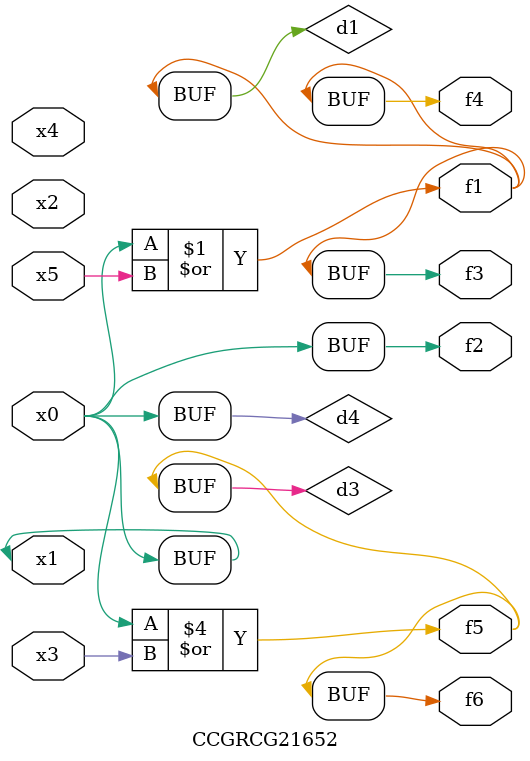
<source format=v>
module CCGRCG21652(
	input x0, x1, x2, x3, x4, x5,
	output f1, f2, f3, f4, f5, f6
);

	wire d1, d2, d3, d4;

	or (d1, x0, x5);
	xnor (d2, x1, x4);
	or (d3, x0, x3);
	buf (d4, x0, x1);
	assign f1 = d1;
	assign f2 = d4;
	assign f3 = d1;
	assign f4 = d1;
	assign f5 = d3;
	assign f6 = d3;
endmodule

</source>
